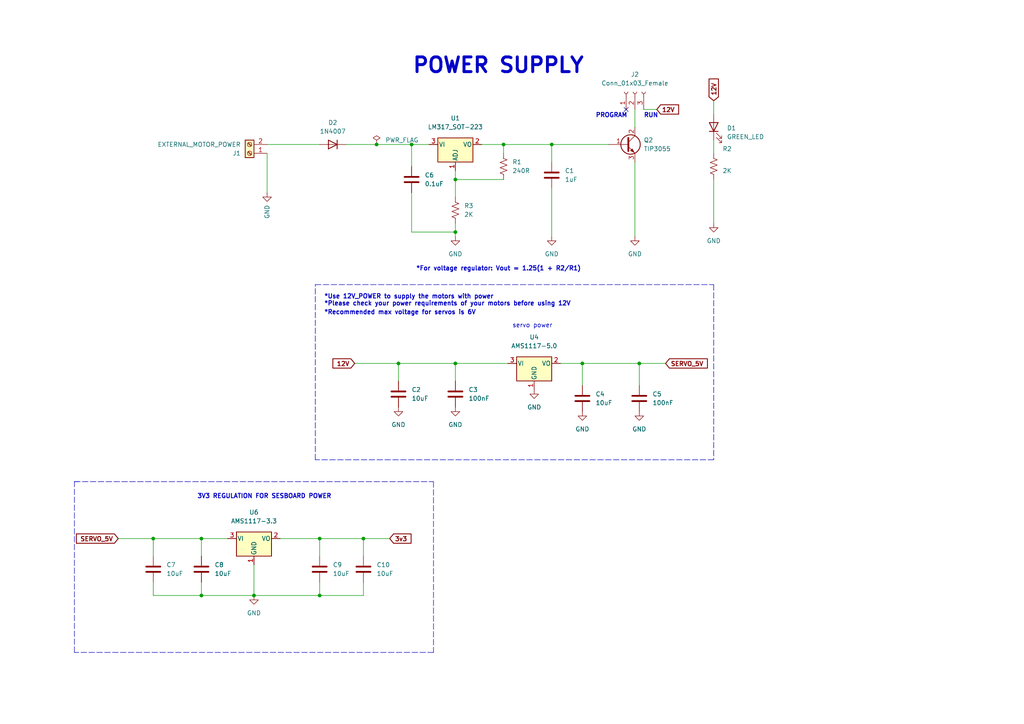
<source format=kicad_sch>
(kicad_sch (version 20211123) (generator eeschema)
  (paper "A4")
  (lib_symbols
    (symbol "Connector:Conn_01x03_Female" (pin_names (offset 1.016) hide)
      (property "Reference" "J" (at 0 5.08 0))
      (property "Value" "Conn_01x03_Female" (at 0 -5.08 0))
      (symbol "Conn_01x03_Female_1_1"
        (arc (start 0 -2.032) (mid -0.508 -2.54) (end 0 -3.048) (stroke (width 0.1524)))
        (polyline (pts (xy -1.27 -2.54) (xy -0.508 -2.54)) (stroke (width 0.1524)))
        (polyline (pts (xy -1.27 0) (xy -0.508 0)) (stroke (width 0.1524)))
        (polyline (pts (xy -1.27 2.54) (xy -0.508 2.54)) (stroke (width 0.1524)))
        (arc (start 0 0.508) (mid -0.508 0) (end 0 -0.508) (stroke (width 0.1524)))
        (arc (start 0 3.048) (mid -0.508 2.54) (end 0 2.032) (stroke (width 0.1524)))
        (pin passive line (at -5.08 2.54 0) (length 3.81) (name "Pin_1") (number "1"))
        (pin passive line (at -5.08 0 0) (length 3.81) (name "Pin_2") (number "2"))
        (pin passive line (at -5.08 -2.54 0) (length 3.81) (name "Pin_3") (number "3"))
      )
    )
    (symbol "Connector:Screw_Terminal_01x02" (pin_names (offset 1.016) hide)
      (property "Reference" "J" (at 0 2.54 0))
      (property "Value" "Screw_Terminal_01x02" (at 0 -5.08 0))
      (symbol "Screw_Terminal_01x02_1_1"
        (rectangle (start -1.27 1.27) (end 1.27 -3.81) (stroke (width 0.254)) (fill (type background)))
        (circle (center 0 -2.54) (radius 0.635) (stroke (width 0.1524)))
        (polyline (pts (xy -0.5334 -2.2098) (xy 0.3302 -3.048)) (stroke (width 0.1524)))
        (polyline (pts (xy -0.5334 0.3302) (xy 0.3302 -0.508)) (stroke (width 0.1524)))
        (polyline (pts (xy -0.3556 -2.032) (xy 0.508 -2.8702)) (stroke (width 0.1524)))
        (polyline (pts (xy -0.3556 0.508) (xy 0.508 -0.3302)) (stroke (width 0.1524)))
        (circle (center 0 0) (radius 0.635) (stroke (width 0.1524)))
        (pin passive line (at -5.08 0 0) (length 3.81) (name "Pin_1") (number "1"))
        (pin passive line (at -5.08 -2.54 0) (length 3.81) (name "Pin_2") (number "2"))
      )
    )
    (symbol "Device:C" (pin_numbers hide) (pin_names (offset 0.254))
      (property "Reference" "C" (at 0.635 2.54 0))
      (property "Value" "C" (at 0.635 -2.54 0))
      (symbol "C_0_1"
        (polyline (pts (xy -2.032 -0.762) (xy 2.032 -0.762)) (stroke (width 0.508)))
        (polyline (pts (xy -2.032 0.762) (xy 2.032 0.762)) (stroke (width 0.508)))
      )
      (symbol "C_1_1"
        (pin passive line (at 0 3.81 270) (length 2.794) (name "~") (number "1"))
        (pin passive line (at 0 -3.81 90) (length 2.794) (name "~") (number "2"))
      )
    )
    (symbol "Device:LED" (pin_numbers hide) (pin_names (offset 1.016) hide)
      (property "Reference" "D" (at 0 2.54 0))
      (property "Value" "LED" (at 0 -2.54 0))
      (symbol "LED_0_1"
        (polyline (pts (xy -1.27 -1.27) (xy -1.27 1.27)) (stroke (width 0.254)))
        (polyline (pts (xy -1.27 0) (xy 1.27 0)))
        (polyline (pts (xy 1.27 -1.27) (xy 1.27 1.27) (xy -1.27 0) (xy 1.27 -1.27)) (stroke (width 0.254)))
        (polyline (pts (xy -3.048 -0.762) (xy -4.572 -2.286) (xy -3.81 -2.286) (xy -4.572 -2.286) (xy -4.572 -1.524)))
        (polyline (pts (xy -1.778 -0.762) (xy -3.302 -2.286) (xy -2.54 -2.286) (xy -3.302 -2.286) (xy -3.302 -1.524)))
      )
      (symbol "LED_1_1"
        (pin passive line (at -3.81 0 0) (length 2.54) (name "K") (number "1"))
        (pin passive line (at 3.81 0 180) (length 2.54) (name "A") (number "2"))
      )
    )
    (symbol "Device:R_US" (pin_numbers hide) (pin_names (offset 0))
      (property "Reference" "R" (at 2.54 0 90))
      (property "Value" "R_US" (at -2.54 0 90))
      (symbol "R_US_0_1"
        (polyline (pts (xy 0 -2.286) (xy 0 -2.54)))
        (polyline (pts (xy 0 2.286) (xy 0 2.54)))
        (polyline (pts (xy 0 -0.762) (xy 1.016 -1.143) (xy 0 -1.524) (xy -1.016 -1.905) (xy 0 -2.286)))
        (polyline (pts (xy 0 0.762) (xy 1.016 0.381) (xy 0 0) (xy -1.016 -0.381) (xy 0 -0.762)))
        (polyline (pts (xy 0 2.286) (xy 1.016 1.905) (xy 0 1.524) (xy -1.016 1.143) (xy 0 0.762)))
      )
      (symbol "R_US_1_1"
        (pin passive line (at 0 3.81 270) (length 1.27) (name "~") (number "1"))
        (pin passive line (at 0 -3.81 90) (length 1.27) (name "~") (number "2"))
      )
    )
    (symbol "Diode:1N4007" (pin_numbers hide) (pin_names (offset 1.016) hide)
      (property "Reference" "D" (at 0 2.54 0))
      (property "Value" "1N4007" (at 0 -2.54 0))
      (symbol "1N4007_0_1"
        (polyline (pts (xy -1.27 1.27) (xy -1.27 -1.27)) (stroke (width 0.254)))
        (polyline (pts (xy 1.27 0) (xy -1.27 0)))
        (polyline (pts (xy 1.27 1.27) (xy 1.27 -1.27) (xy -1.27 0) (xy 1.27 1.27)) (stroke (width 0.254)))
      )
      (symbol "1N4007_1_1"
        (pin passive line (at -3.81 0 0) (length 2.54) (name "K") (number "1"))
        (pin passive line (at 3.81 0 180) (length 2.54) (name "A") (number "2"))
      )
    )
    (symbol "Regulator_Linear:AMS1117-3.3" (pin_names (offset 0.254))
      (property "Reference" "U" (at -3.81 3.175 0))
      (property "Value" "AMS1117-3.3" (at 0 3.175 0))
      (symbol "AMS1117-3.3_0_1"
        (rectangle (start -5.08 -5.08) (end 5.08 1.905) (stroke (width 0.254)) (fill (type background)))
      )
      (symbol "AMS1117-3.3_1_1"
        (pin power_in line (at 0 -7.62 90) (length 2.54) (name "GND") (number "1"))
        (pin power_out line (at 7.62 0 180) (length 2.54) (name "VO") (number "2"))
        (pin power_in line (at -7.62 0 0) (length 2.54) (name "VI") (number "3"))
      )
    )
    (symbol "Regulator_Linear:AMS1117-5.0" (pin_names (offset 0.254))
      (property "Reference" "U" (at -3.81 3.175 0))
      (property "Value" "AMS1117-5.0" (at 0 3.175 0))
      (symbol "AMS1117-5.0_0_1"
        (rectangle (start -5.08 -5.08) (end 5.08 1.905) (stroke (width 0.254)) (fill (type background)))
      )
      (symbol "AMS1117-5.0_1_1"
        (pin power_in line (at 0 -7.62 90) (length 2.54) (name "GND") (number "1"))
        (pin power_out line (at 7.62 0 180) (length 2.54) (name "VO") (number "2"))
        (pin power_in line (at -7.62 0 0) (length 2.54) (name "VI") (number "3"))
      )
    )
    (symbol "Regulator_Linear:LM317_SOT-223" (pin_names (offset 0.254))
      (property "Reference" "U" (at -3.81 3.175 0))
      (property "Value" "LM317_SOT-223" (at 0 3.175 0))
      (symbol "LM317_SOT-223_0_1"
        (rectangle (start -5.08 1.905) (end 5.08 -5.08) (stroke (width 0.254)) (fill (type background)))
      )
      (symbol "LM317_SOT-223_1_1"
        (pin input line (at 0 -7.62 90) (length 2.54) (name "ADJ") (number "1"))
        (pin power_out line (at 7.62 0 180) (length 2.54) (name "VO") (number "2"))
        (pin power_in line (at -7.62 0 0) (length 2.54) (name "VI") (number "3"))
      )
    )
    (symbol "Transistor_BJT:TIP3055" (pin_names (offset 0) hide)
      (property "Reference" "Q" (at 5.08 1.905 0))
      (property "Value" "TIP3055" (at 5.08 0 0))
      (symbol "TIP3055_0_1"
        (polyline (pts (xy 0.635 0.635) (xy 2.54 2.54)))
        (polyline (pts (xy 0.635 -0.635) (xy 2.54 -2.54) (xy 2.54 -2.54)))
        (polyline (pts (xy 0.635 1.905) (xy 0.635 -1.905) (xy 0.635 -1.905)) (stroke (width 0.508)))
        (polyline (pts (xy 1.27 -1.778) (xy 1.778 -1.27) (xy 2.286 -2.286) (xy 1.27 -1.778) (xy 1.27 -1.778)) (fill (type outline)))
        (circle (center 1.27 0) (radius 2.8194) (stroke (width 0.254)))
      )
      (symbol "TIP3055_1_1"
        (pin input line (at -5.08 0 0) (length 5.715) (name "B") (number "1"))
        (pin passive line (at 2.54 5.08 270) (length 2.54) (name "C") (number "2"))
        (pin passive line (at 2.54 -5.08 90) (length 2.54) (name "E") (number "3"))
      )
    )
    (symbol "power:GND" (power) (pin_names (offset 0))
      (property "Value" "GND" (at 0 -3.81 0))
      (symbol "GND_0_1"
        (polyline (pts (xy 0 0) (xy 0 -1.27) (xy 1.27 -1.27) (xy 0 -2.54) (xy -1.27 -1.27) (xy 0 -1.27)))
      )
      (symbol "GND_1_1"
        (pin power_in line (at 0 0 270) (length 0) hide (name "GND") (number "1"))
      )
    )
    (symbol "power:PWR_FLAG" (power) (pin_numbers hide) (pin_names (offset 0) hide)
      (property "Value" "PWR_FLAG" (at 0 3.81 0))
      (symbol "PWR_FLAG_0_0"
        (pin power_out line (at 0 0 90) (length 0) (name "pwr") (number "1"))
      )
      (symbol "PWR_FLAG_0_1"
        (polyline (pts (xy 0 0) (xy 0 1.27) (xy -1.016 1.905) (xy 0 2.54) (xy 1.016 1.905) (xy 0 1.27)))
      )
    )
  )
  (junction (at 92.71 172.72))
  (junction (at 115.57 105.41))
  (junction (at 185.42 105.41))
  (junction (at 168.91 105.41))
  (junction (at 119.38 41.91))
  (junction (at 132.08 52.07))
  (junction (at 160.02 41.91))
  (junction (at 58.42 172.72))
  (junction (at 92.71 156.21))
  (junction (at 73.66 172.72))
  (junction (at 109.22 41.91))
  (junction (at 58.42 156.21))
  (junction (at 132.08 105.41))
  (junction (at 44.45 156.21))
  (junction (at 132.08 67.31))
  (junction (at 146.05 41.91))
  (junction (at 105.41 156.21))
  (no_connect (at 181.61 31.75))
  (wire (pts (xy 160.02 46.99) (xy 160.02 41.91)))
  (polyline (pts (xy 21.59 189.23) (xy 21.59 139.7)))
  (wire (pts (xy 105.41 172.72) (xy 105.41 168.91)))
  (wire (pts (xy 132.08 105.41) (xy 115.57 105.41)))
  (wire (pts (xy 162.56 105.41) (xy 168.91 105.41)))
  (wire (pts (xy 132.08 64.77) (xy 132.08 67.31)))
  (wire (pts (xy 132.08 52.07) (xy 132.08 57.15)))
  (polyline (pts (xy 207.01 133.35) (xy 91.44 133.35)))
  (wire (pts (xy 105.41 161.29) (xy 105.41 156.21)))
  (wire (pts (xy 119.38 41.91) (xy 124.46 41.91)))
  (wire (pts (xy 207.01 64.77) (xy 207.01 52.07)))
  (wire (pts (xy 58.42 156.21) (xy 66.04 156.21)))
  (polyline (pts (xy 91.44 133.35) (xy 91.44 82.55)))
  (wire (pts (xy 58.42 172.72) (xy 73.66 172.72)))
  (wire (pts (xy 34.29 156.21) (xy 44.45 156.21)))
  (polyline (pts (xy 91.44 82.55) (xy 207.01 82.55)))
  (polyline (pts (xy 125.73 139.7) (xy 125.73 189.23)))
  (polyline (pts (xy 207.01 82.55) (xy 207.01 133.35)))
  (wire (pts (xy 132.08 105.41) (xy 132.08 110.49)))
  (wire (pts (xy 58.42 156.21) (xy 58.42 161.29)))
  (wire (pts (xy 184.15 46.99) (xy 184.15 68.58)))
  (wire (pts (xy 58.42 168.91) (xy 58.42 172.72)))
  (wire (pts (xy 160.02 41.91) (xy 176.53 41.91)))
  (wire (pts (xy 119.38 55.88) (xy 119.38 67.31)))
  (wire (pts (xy 73.66 172.72) (xy 92.71 172.72)))
  (wire (pts (xy 100.33 41.91) (xy 109.22 41.91)))
  (wire (pts (xy 77.47 44.45) (xy 77.47 55.88)))
  (wire (pts (xy 92.71 156.21) (xy 105.41 156.21)))
  (wire (pts (xy 119.38 41.91) (xy 119.38 48.26)))
  (wire (pts (xy 92.71 156.21) (xy 92.71 161.29)))
  (wire (pts (xy 147.32 105.41) (xy 132.08 105.41)))
  (wire (pts (xy 168.91 105.41) (xy 168.91 111.76)))
  (wire (pts (xy 102.87 105.41) (xy 115.57 105.41)))
  (wire (pts (xy 146.05 41.91) (xy 139.7 41.91)))
  (wire (pts (xy 81.28 156.21) (xy 92.71 156.21)))
  (wire (pts (xy 73.66 163.83) (xy 73.66 172.72)))
  (wire (pts (xy 146.05 44.45) (xy 146.05 41.91)))
  (wire (pts (xy 92.71 172.72) (xy 105.41 172.72)))
  (wire (pts (xy 44.45 156.21) (xy 58.42 156.21)))
  (wire (pts (xy 207.01 29.21) (xy 207.01 33.02)))
  (wire (pts (xy 105.41 156.21) (xy 113.03 156.21)))
  (wire (pts (xy 92.71 168.91) (xy 92.71 172.72)))
  (wire (pts (xy 186.69 31.75) (xy 190.5 31.75)))
  (wire (pts (xy 109.22 41.91) (xy 119.38 41.91)))
  (wire (pts (xy 207.01 40.64) (xy 207.01 44.45)))
  (wire (pts (xy 44.45 172.72) (xy 58.42 172.72)))
  (wire (pts (xy 168.91 105.41) (xy 185.42 105.41)))
  (wire (pts (xy 160.02 54.61) (xy 160.02 68.58)))
  (wire (pts (xy 115.57 105.41) (xy 115.57 110.49)))
  (wire (pts (xy 44.45 161.29) (xy 44.45 156.21)))
  (wire (pts (xy 77.47 41.91) (xy 92.71 41.91)))
  (wire (pts (xy 184.15 31.75) (xy 184.15 36.83)))
  (wire (pts (xy 119.38 67.31) (xy 132.08 67.31)))
  (polyline (pts (xy 125.73 189.23) (xy 21.59 189.23)))
  (wire (pts (xy 160.02 41.91) (xy 146.05 41.91)))
  (wire (pts (xy 132.08 67.31) (xy 132.08 68.58)))
  (polyline (pts (xy 21.59 139.7) (xy 125.73 139.7)))
  (wire (pts (xy 185.42 105.41) (xy 185.42 111.76)))
  (polyline (pts (xy 21.59 139.7) (xy 22.86 139.7)))
  (wire (pts (xy 132.08 52.07) (xy 132.08 49.53)))
  (wire (pts (xy 44.45 168.91) (xy 44.45 172.72)))
  (wire (pts (xy 132.08 52.07) (xy 146.05 52.07)))
  (wire (pts (xy 185.42 105.41) (xy 193.04 105.41)))
  (text "*Use 12V_POWER to supply the motors with power\n*Please check your power requirements of your motors before using 12V\n" (at 93.98 88.9 0) (effects (font (size 1.27 1.27) bold) (justify left bottom)))
  (text "*Recommended max voltage for servos is 6V" (at 93.98 91.44 0) (effects (font (size 1.27 1.27) (thickness 0.254) bold) (justify left bottom)))
  (text "POWER SUPPLY" (at 119.38 21.59 0) (effects (font (size 4.27 4.27) bold) (justify left bottom)))
  (text "RUN" (at 186.69 34.29 0) (effects (font (size 1.27 1.27) bold) (justify left bottom)))
  (text "*For voltage regulator: Vout = 1.25(1 + R2/R1)" (at 120.65 78.74 0) (effects (font (size 1.27 1.27) bold) (justify left bottom)))
  (text "3V3 REGULATION FOR SESBOARD POWER \n" (at 57.15 144.78 0) (effects (font (size 1.27 1.27) bold) (justify left bottom)))
  (text "PROGRAM\n" (at 172.72 34.29 0) (effects (font (size 1.27 1.27) bold) (justify left bottom)))
  (text "servo power\n" (at 148.59 95.25 0) (effects (font (size 1.27 1.27)) (justify left bottom)))
  (global_label "12V" (shape input) (at 207.01 29.21 90) (effects (font bold)) (property "Intersheet References" "${INTERSHEET_REFS}" (effects hide)))
  (global_label "SERVO_5V" (shape input) (at 34.29 156.21 180) (effects (font bold)) (property "Intersheet References" "${INTERSHEET_REFS}" (effects hide)))
  (global_label "SERVO_5V" (shape input) (at 193.04 105.41 0) (effects (font bold)) (property "Intersheet References" "${INTERSHEET_REFS}" (effects hide)))
  (global_label "3v3" (shape input) (at 113.03 156.21 0) (effects (font bold)) (property "Intersheet References" "${INTERSHEET_REFS}" (effects hide)))
  (global_label "12V" (shape input) (at 190.5 31.75 0) (effects (font bold)) (property "Intersheet References" "${INTERSHEET_REFS}" (effects hide)))
  (global_label "12V" (shape input) (at 102.87 105.41 180) (effects (font bold)) (property "Intersheet References" "${INTERSHEET_REFS}" (effects hide)))
  (symbol (lib_id "Device:LED") (at 207.01 36.83 90) (unit 1)
    (property "Reference" "D1" (at 210.82 37.1474 90) (effects (justify right)))
    (property "Value" "GREEN_LED" (at 210.82 39.6874 90) (effects (justify right)))
    (property "Footprint" "LED_SMD:LED_0603_1608Metric" (effects hide))
  )
  (symbol (lib_id "Device:R_US") (at 207.01 48.26 0) (unit 1)
    (property "Reference" "R2" (at 209.55 43.1799 0) (effects (justify left)))
    (property "Value" "2K" (at 209.55 49.5299 0) (effects (justify left)))
    (property "Footprint" "Resistor_SMD:R_0603_1608Metric" (effects hide))
  )
  (symbol (lib_id "power:GND") (at 73.66 172.72 0) (unit 1)
    (property "Reference" "#PWR05" (effects hide))
    (property "Value" "GND" (at 73.66 177.8 0))
  )
  (symbol (lib_id "Device:R_US") (at 132.08 60.96 0) (unit 1)
    (property "Reference" "R3" (at 134.62 59.6899 0) (effects (justify left)))
    (property "Value" "2K" (at 134.62 62.2299 0) (effects (justify left)))
    (property "Footprint" "Resistor_SMD:R_0603_1608Metric" (effects hide))
  )
  (symbol (lib_id "Diode:1N4007") (at 96.52 41.91 180) (unit 1)
    (property "Reference" "D2" (at 96.52 35.56 0))
    (property "Value" "1N4007" (at 96.52 38.1 0))
    (property "Footprint" "Diode_THT:D_DO-41_SOD81_P10.16mm_Horizontal" (effects hide))
    (property "Datasheet" "http://www.vishay.com/docs/88503/1n4001.pdf" (effects hide))
  )
  (symbol (lib_id "power:PWR_FLAG") (at 109.22 41.91 0) (unit 1)
    (property "Reference" "#FLG0101" (effects hide))
    (property "Value" "PWR_FLAG" (at 111.76 40.6399 0) (effects (justify left)))
  )
  (symbol (lib_id "Device:C") (at 168.91 115.57 0) (unit 1)
    (property "Reference" "C4" (at 172.72 114.2999 0) (effects (justify left)))
    (property "Value" "10uF" (at 172.72 116.8399 0) (effects (justify left)))
    (property "Footprint" "Capacitor_SMD:C_0603_1608Metric" (effects hide))
  )
  (symbol (lib_id "Device:C") (at 185.42 115.57 0) (unit 1)
    (property "Reference" "C5" (at 189.23 114.2999 0) (effects (justify left)))
    (property "Value" "100nF" (at 189.23 116.8399 0) (effects (justify left)))
    (property "Footprint" "Capacitor_SMD:C_0603_1608Metric_Pad1.08x0.95mm_HandSolder" (effects hide))
  )
  (symbol (lib_id "Regulator_Linear:AMS1117-5.0") (at 154.94 105.41 0) (unit 1)
    (property "Reference" "U4" (at 154.94 97.79 0))
    (property "Value" "AMS1117-5.0" (at 154.94 100.33 0))
    (property "Footprint" "Package_TO_SOT_SMD:SOT-223-3_TabPin2" (effects hide))
    (property "Datasheet" "http://www.advanced-monolithic.com/pdf/ds1117.pdf" (effects hide))
  )
  (symbol (lib_id "power:GND") (at 207.01 64.77 0) (unit 1)
    (property "Reference" "#PWR08" (effects hide))
    (property "Value" "GND" (at 207.01 69.85 0))
  )
  (symbol (lib_id "Device:C") (at 115.57 114.3 0) (unit 1)
    (property "Reference" "C2" (at 119.38 113.0299 0) (effects (justify left)))
    (property "Value" "10uF" (at 119.38 115.5699 0) (effects (justify left)))
    (property "Footprint" "Capacitor_SMD:C_0603_1608Metric" (effects hide))
  )
  (symbol (lib_id "power:GND") (at 132.08 68.58 0) (unit 1)
    (property "Reference" "#PWR04" (effects hide))
    (property "Value" "GND" (at 132.08 73.66 0))
  )
  (symbol (lib_id "Device:C") (at 105.41 165.1 0) (unit 1)
    (property "Reference" "C10" (at 109.22 163.8299 0) (effects (justify left)))
    (property "Value" "10uF" (at 109.22 166.3699 0) (effects (justify left)))
    (property "Footprint" "Capacitor_SMD:C_0603_1608Metric" (effects hide))
  )
  (symbol (lib_id "Connector:Conn_01x03_Female") (at 184.15 26.67 90) (unit 1)
    (property "Reference" "J2" (at 184.15 21.59 90))
    (property "Value" "Conn_01x03_Female" (at 184.15 24.13 90))
    (property "Footprint" "Connector_PinHeader_2.54mm:PinHeader_1x03_P2.54mm_Vertical" (effects hide))
  )
  (symbol (lib_id "power:GND") (at 185.42 119.38 0) (unit 1)
    (property "Reference" "#PWR020" (effects hide))
    (property "Value" "GND" (at 185.42 124.46 0))
  )
  (symbol (lib_id "power:GND") (at 154.94 113.03 0) (unit 1)
    (property "Reference" "#PWR018" (effects hide))
    (property "Value" "GND" (at 154.94 118.11 0))
  )
  (symbol (lib_id "power:GND") (at 168.91 119.38 0) (unit 1)
    (property "Reference" "#PWR019" (effects hide))
    (property "Value" "GND" (at 168.91 124.46 0))
  )
  (symbol (lib_id "Device:C") (at 44.45 165.1 0) (unit 1)
    (property "Reference" "C7" (at 48.26 163.8299 0) (effects (justify left)))
    (property "Value" "10uF" (at 48.26 166.3699 0) (effects (justify left)))
    (property "Footprint" "Capacitor_SMD:C_0603_1608Metric" (effects hide))
  )
  (symbol (lib_id "power:GND") (at 132.08 118.11 0) (unit 1)
    (property "Reference" "#PWR017" (effects hide))
    (property "Value" "GND" (at 132.08 123.19 0))
  )
  (symbol (lib_id "power:GND") (at 160.02 68.58 0) (unit 1)
    (property "Reference" "#PWR06" (effects hide))
    (property "Value" "GND" (at 160.02 73.66 0))
  )
  (symbol (lib_id "Transistor_BJT:TIP3055") (at 181.61 41.91 0) (unit 1)
    (property "Reference" "Q2" (at 186.69 40.6399 0) (effects (justify left)))
    (property "Value" "TIP3055" (at 186.69 43.1799 0) (effects (justify left)))
    (property "Footprint" "Package_TO_SOT_THT:TO-220-3_Vertical" (effects hide))
    (property "Datasheet" "http://www.onsemi.com/pub_link/Collateral/TIP3055-D.PDF" (effects hide))
  )
  (symbol (lib_id "power:GND") (at 77.47 55.88 0) (unit 1)
    (property "Reference" "#PWR01" (effects hide))
    (property "Value" "GND" (at 77.47 63.5 90) (effects (justify left)))
  )
  (symbol (lib_id "power:GND") (at 115.57 118.11 0) (unit 1)
    (property "Reference" "#PWR016" (effects hide))
    (property "Value" "GND" (at 115.57 123.19 0))
  )
  (symbol (lib_id "Regulator_Linear:LM317_SOT-223") (at 132.08 41.91 0) (unit 1)
    (property "Reference" "U1" (at 132.08 34.29 0))
    (property "Value" "LM317_SOT-223" (at 132.08 36.83 0))
    (property "Footprint" "Package_TO_SOT_SMD:SOT-223-3_TabPin2" (effects hide))
    (property "Datasheet" "http://www.ti.com/lit/ds/symlink/lm317.pdf" (effects hide))
  )
  (symbol (lib_id "Device:C") (at 132.08 114.3 0) (unit 1)
    (property "Reference" "C3" (at 135.89 113.0299 0) (effects (justify left)))
    (property "Value" "100nF" (at 135.89 115.5699 0) (effects (justify left)))
    (property "Footprint" "Capacitor_SMD:C_0603_1608Metric" (effects hide))
  )
  (symbol (lib_id "Connector:Screw_Terminal_01x02") (at 72.39 44.45 180) (unit 1)
    (property "Reference" "J1" (at 69.85 44.4501 0) (effects (justify left)))
    (property "Value" "EXTERNAL_MOTOR_POWER" (at 69.85 41.9101 0) (effects (justify left)))
    (property "Footprint" "TerminalBlock_Phoenix:TerminalBlock_Phoenix_MKDS-1,5-2_1x02_P5.00mm_Horizontal" (effects hide))
  )
  (symbol (lib_id "Device:C") (at 160.02 50.8 0) (unit 1)
    (property "Reference" "C1" (at 163.83 49.5299 0) (effects (justify left)))
    (property "Value" "1uF" (at 163.83 52.0699 0) (effects (justify left)))
    (property "Footprint" "Capacitor_SMD:C_0603_1608Metric" (effects hide))
  )
  (symbol (lib_id "Device:C") (at 58.42 165.1 0) (unit 1)
    (property "Reference" "C8" (at 62.23 163.8299 0) (effects (justify left)))
    (property "Value" "10uF" (at 62.23 166.3699 0) (effects (justify left)))
    (property "Footprint" "Capacitor_SMD:C_0603_1608Metric" (effects hide))
  )
  (symbol (lib_id "Device:R_US") (at 146.05 48.26 0) (unit 1)
    (property "Reference" "R1" (at 148.59 46.9899 0) (effects (justify left)))
    (property "Value" "240R" (at 148.59 49.5299 0) (effects (justify left)))
    (property "Footprint" "Resistor_SMD:R_0603_1608Metric" (effects hide))
  )
  (symbol (lib_id "Device:C") (at 92.71 165.1 0) (unit 1)
    (property "Reference" "C9" (at 96.52 163.8299 0) (effects (justify left)))
    (property "Value" "10uF" (at 96.52 166.3699 0) (effects (justify left)))
    (property "Footprint" "Capacitor_SMD:C_0603_1608Metric" (effects hide))
  )
  (symbol (lib_id "Device:C") (at 119.38 52.07 0) (unit 1)
    (property "Reference" "C6" (at 123.19 50.7999 0) (effects (justify left)))
    (property "Value" "0.1uF" (at 123.19 53.3399 0) (effects (justify left)))
    (property "Footprint" "Capacitor_SMD:C_0603_1608Metric" (effects hide))
  )
  (symbol (lib_id "power:GND") (at 184.15 68.58 0) (unit 1)
    (property "Reference" "#PWR07" (effects hide))
    (property "Value" "GND" (at 184.15 73.66 0))
  )
  (symbol (lib_id "Regulator_Linear:AMS1117-3.3") (at 73.66 156.21 0) (unit 1)
    (property "Reference" "U6" (at 73.66 148.59 0))
    (property "Value" "AMS1117-3.3" (at 73.66 151.13 0))
    (property "Footprint" "Package_TO_SOT_SMD:SOT-223-3_TabPin2" (effects hide))
    (property "Datasheet" "http://www.advanced-monolithic.com/pdf/ds1117.pdf" (effects hide))
  )
)
</source>
